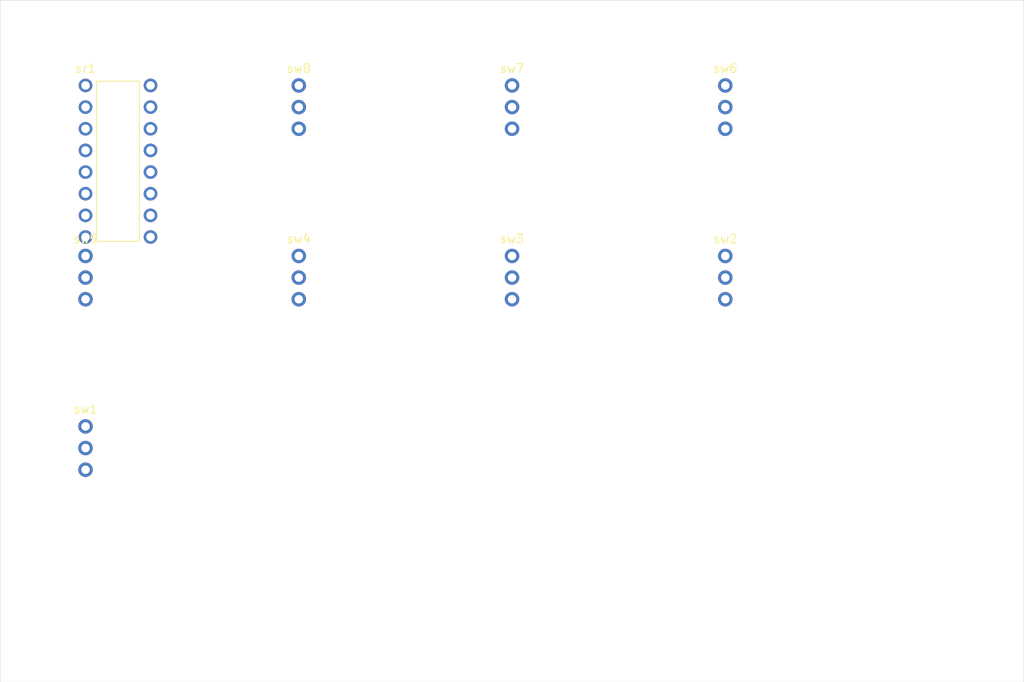
<source format=kicad_pcb>
(kicad_pcb (version 20240108) (generator sparkbench) (generator_version "1.0")
  (layers (0 F.Cu signal) (31 B.Cu signal) (36 B.SilkS user) (37 F.SilkS user) (38 B.Mask user) (39 F.Mask user) (44 Edge.Cuts user))
  (net 0 "")
  (net 1 Net-1)
  (net 2 Net-2)
  (net 3 Net-3)
  (net 4 Net-4)
  (net 5 Net-5)
  (net 6 Net-6)
  (net 7 Net-7)
  (net 8 Net-8)
  (net 9 Net-9)
  (net 10 Net-10)
  (net 11 Net-11)
  (net 12 Net-12)
  (net 13 Net-13)
  (gr_line (start 0 0) (end 120 0) (layer Edge.Cuts) (stroke (width 0.05)))
  (gr_line (start 120 0) (end 120 80) (layer Edge.Cuts) (stroke (width 0.05)))
  (gr_line (start 120 80) (end 0 80) (layer Edge.Cuts) (stroke (width 0.05)))
  (gr_line (start 0 80) (end 0 0) (layer Edge.Cuts) (stroke (width 0.05)))
  (footprint DIP-16 (layer F.Cu) (at 10 10)
    (fp_text reference sr1 (at 0 -2) (layer F.SilkS))
    (fp_text value DIP-16)
    (fp_line (start 1.3 -0.5) (end 6.32 -0.5) (layer F.SilkS) (stroke (width 0.12)))
    (fp_line (start 6.32 -0.5) (end 6.32 18.28) (layer F.SilkS) (stroke (width 0.12)))
    (fp_line (start 6.32 18.28) (end 1.3 18.28) (layer F.SilkS) (stroke (width 0.12)))
    (fp_line (start 1.3 18.28) (end 1.3 -0.5) (layer F.SilkS) (stroke (width 0.12)))
    (pad sr1:1 thru_hole circle (at 0 0) (size 1.6 1.6) (layers F.Cu B.Cu) (drill 1))
    (pad sr1:16 thru_hole circle (at 7.62 0) (size 1.6 1.6) (layers F.Cu B.Cu) (drill 1))
    (pad sr1:2 thru_hole circle (at 0 2.54) (size 1.6 1.6) (layers F.Cu B.Cu) (drill 1))
    (pad sr1:15 thru_hole circle (at 7.62 2.54) (size 1.6 1.6) (layers F.Cu B.Cu) (drill 1))
    (pad sr1:3 thru_hole circle (at 0 5.08) (size 1.6 1.6) (layers F.Cu B.Cu) (drill 1))
    (pad sr1:14 thru_hole circle (at 7.62 5.08) (size 1.6 1.6) (layers F.Cu B.Cu) (drill 1))
    (pad sr1:4 thru_hole circle (at 0 7.62) (size 1.6 1.6) (layers F.Cu B.Cu) (drill 1))
    (pad sr1:13 thru_hole circle (at 7.62 7.62) (size 1.6 1.6) (layers F.Cu B.Cu) (drill 1))
    (pad sr1:5 thru_hole circle (at 0 10.16) (size 1.6 1.6) (layers F.Cu B.Cu) (drill 1))
    (pad sr1:12 thru_hole circle (at 7.62 10.16) (size 1.6 1.6) (layers F.Cu B.Cu) (drill 1))
    (pad sr1:6 thru_hole circle (at 0 12.7) (size 1.6 1.6) (layers F.Cu B.Cu) (drill 1))
    (pad sr1:11 thru_hole circle (at 7.62 12.7) (size 1.6 1.6) (layers F.Cu B.Cu) (drill 1))
    (pad sr1:7 thru_hole circle (at 0 15.24) (size 1.6 1.6) (layers F.Cu B.Cu) (drill 1))
    (pad sr1:10 thru_hole circle (at 7.62 15.24) (size 1.6 1.6) (layers F.Cu B.Cu) (drill 1))
    (pad sr1:8 thru_hole circle (at 0 17.78) (size 1.6 1.6) (layers F.Cu B.Cu) (drill 1))
    (pad sr1:9 thru_hole circle (at 7.62 17.78) (size 1.6 1.6) (layers F.Cu B.Cu) (drill 1))
  )
  (footprint SW-SPDT-THT (layer F.Cu) (at 35 10)
    (fp_text reference sw8 (at 0 -2) (layer F.SilkS))
    (fp_text value SW-SPDT-THT)
    (pad sw8:1 thru_hole circle (at 0 0) (size 1.7 1.7) (layers F.Cu B.Cu) (drill 1) (net 12 Net-12))
    (pad sw8:2 thru_hole circle (at 0 2.54) (size 1.7 1.7) (layers F.Cu B.Cu) (drill 1) (net 1 Net-1))
    (pad sw8:3 thru_hole circle (at 0 5.08) (size 1.7 1.7) (layers F.Cu B.Cu) (drill 1) (net 13 Net-13))
  )
  (footprint SW-SPDT-THT (layer F.Cu) (at 60 10)
    (fp_text reference sw7 (at 0 -2) (layer F.SilkS))
    (fp_text value SW-SPDT-THT)
    (pad sw7:1 thru_hole circle (at 0 0) (size 1.7 1.7) (layers F.Cu B.Cu) (drill 1) (net 12 Net-12))
    (pad sw7:2 thru_hole circle (at 0 2.54) (size 1.7 1.7) (layers F.Cu B.Cu) (drill 1) (net 2 Net-2))
    (pad sw7:3 thru_hole circle (at 0 5.08) (size 1.7 1.7) (layers F.Cu B.Cu) (drill 1) (net 13 Net-13))
  )
  (footprint SW-SPDT-THT (layer F.Cu) (at 85 10)
    (fp_text reference sw6 (at 0 -2) (layer F.SilkS))
    (fp_text value SW-SPDT-THT)
    (pad sw6:1 thru_hole circle (at 0 0) (size 1.7 1.7) (layers F.Cu B.Cu) (drill 1) (net 12 Net-12))
    (pad sw6:2 thru_hole circle (at 0 2.54) (size 1.7 1.7) (layers F.Cu B.Cu) (drill 1) (net 3 Net-3))
    (pad sw6:3 thru_hole circle (at 0 5.08) (size 1.7 1.7) (layers F.Cu B.Cu) (drill 1) (net 13 Net-13))
  )
  (footprint SW-SPDT-THT (layer F.Cu) (at 10 30)
    (fp_text reference sw5 (at 0 -2) (layer F.SilkS))
    (fp_text value SW-SPDT-THT)
    (pad sw5:1 thru_hole circle (at 0 0) (size 1.7 1.7) (layers F.Cu B.Cu) (drill 1) (net 12 Net-12))
    (pad sw5:2 thru_hole circle (at 0 2.54) (size 1.7 1.7) (layers F.Cu B.Cu) (drill 1) (net 4 Net-4))
    (pad sw5:3 thru_hole circle (at 0 5.08) (size 1.7 1.7) (layers F.Cu B.Cu) (drill 1) (net 13 Net-13))
  )
  (footprint Header-1x03 (layer F.Cu) (at 35 30)
    (fp_text reference sw4 (at 0 -2) (layer F.SilkS))
    (fp_text value Header-1x03)
    (pad sw4:1 thru_hole circle (at 0 0) (size 1.7 1.7) (layers F.Cu B.Cu) (drill 1) (net 12 Net-12))
    (pad sw4:2 thru_hole circle (at 0 2.54) (size 1.7 1.7) (layers F.Cu B.Cu) (drill 1) (net 5 Net-5))
    (pad sw4:3 thru_hole circle (at 0 5.08) (size 1.7 1.7) (layers F.Cu B.Cu) (drill 1) (net 13 Net-13))
  )
  (footprint SW-SPDT-THT (layer F.Cu) (at 60 30)
    (fp_text reference sw3 (at 0 -2) (layer F.SilkS))
    (fp_text value SW-SPDT-THT)
    (pad sw3:1 thru_hole circle (at 0 0) (size 1.7 1.7) (layers F.Cu B.Cu) (drill 1) (net 12 Net-12))
    (pad sw3:2 thru_hole circle (at 0 2.54) (size 1.7 1.7) (layers F.Cu B.Cu) (drill 1) (net 6 Net-6))
    (pad sw3:3 thru_hole circle (at 0 5.08) (size 1.7 1.7) (layers F.Cu B.Cu) (drill 1) (net 13 Net-13))
  )
  (footprint SW-SPDT-THT (layer F.Cu) (at 85 30)
    (fp_text reference sw2 (at 0 -2) (layer F.SilkS))
    (fp_text value SW-SPDT-THT)
    (pad sw2:1 thru_hole circle (at 0 0) (size 1.7 1.7) (layers F.Cu B.Cu) (drill 1) (net 12 Net-12))
    (pad sw2:2 thru_hole circle (at 0 2.54) (size 1.7 1.7) (layers F.Cu B.Cu) (drill 1) (net 7 Net-7))
    (pad sw2:3 thru_hole circle (at 0 5.08) (size 1.7 1.7) (layers F.Cu B.Cu) (drill 1) (net 13 Net-13))
  )
  (footprint SW-SPDT-THT (layer F.Cu) (at 10 50)
    (fp_text reference sw1 (at 0 -2) (layer F.SilkS))
    (fp_text value SW-SPDT-THT)
    (pad sw1:1 thru_hole circle (at 0 0) (size 1.7 1.7) (layers F.Cu B.Cu) (drill 1) (net 12 Net-12))
    (pad sw1:2 thru_hole circle (at 0 2.54) (size 1.7 1.7) (layers F.Cu B.Cu) (drill 1) (net 8 Net-8))
    (pad sw1:3 thru_hole circle (at 0 5.08) (size 1.7 1.7) (layers F.Cu B.Cu) (drill 1) (net 13 Net-13))
  )
)
</source>
